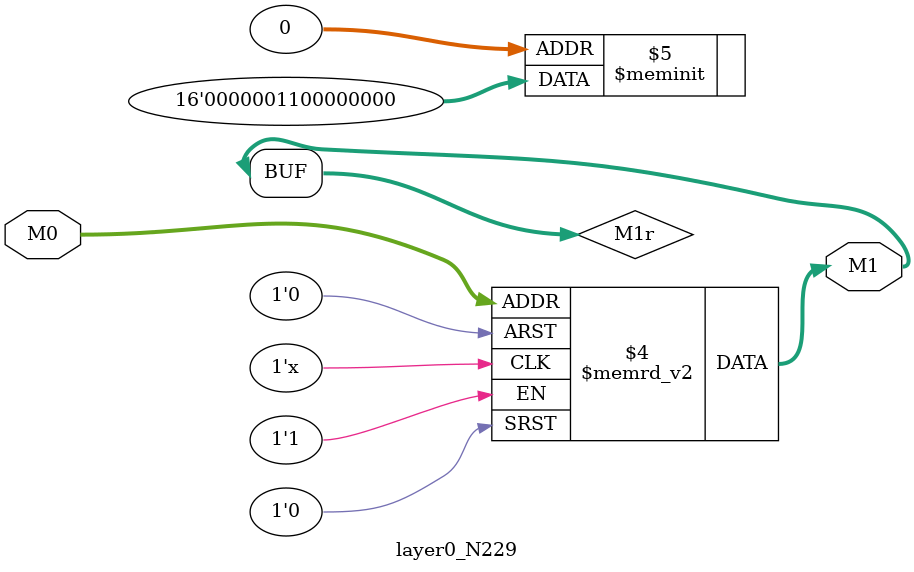
<source format=v>
module layer0_N229 ( input [2:0] M0, output [1:0] M1 );

	(*rom_style = "distributed" *) reg [1:0] M1r;
	assign M1 = M1r;
	always @ (M0) begin
		case (M0)
			3'b000: M1r = 2'b00;
			3'b100: M1r = 2'b11;
			3'b010: M1r = 2'b00;
			3'b110: M1r = 2'b00;
			3'b001: M1r = 2'b00;
			3'b101: M1r = 2'b00;
			3'b011: M1r = 2'b00;
			3'b111: M1r = 2'b00;

		endcase
	end
endmodule

</source>
